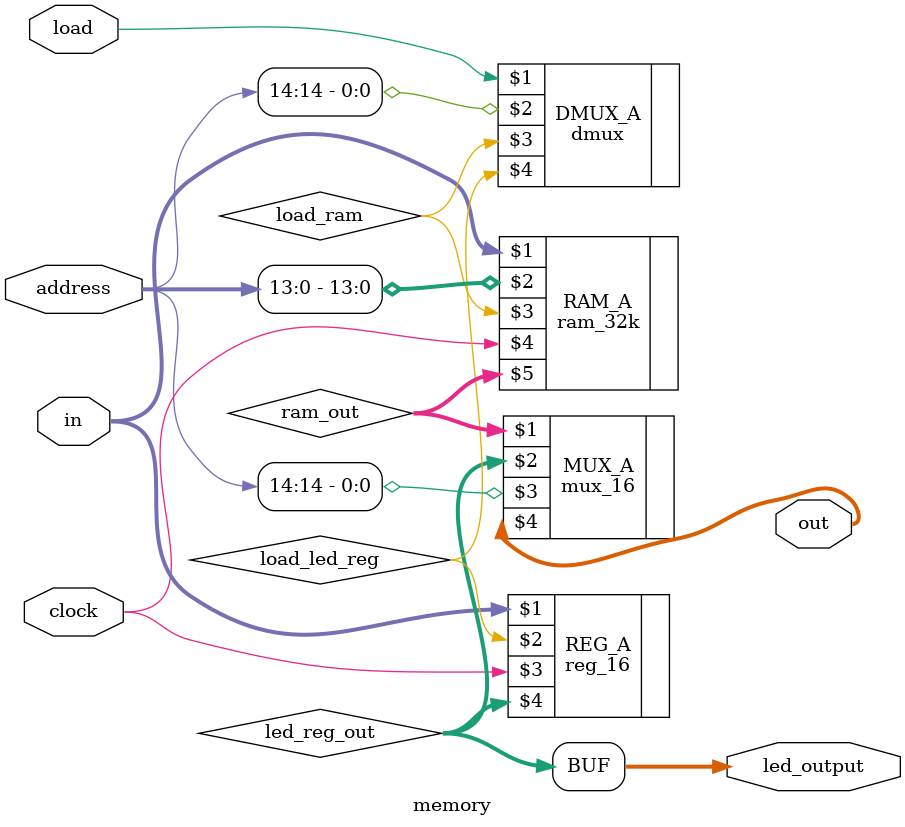
<source format=v>
module memory (input [15:0] in,
               input [14:0] address,
               input load,
               input clock,
               output [15:0] out,
               output [15:0] led_output);
    wire load_ram, load_led_reg;
    wire [15:0] ram_out, led_reg_out;
    dmux DMUX_A (load, address[14], load_ram, load_led_reg);
    mux_16 MUX_A (ram_out, led_reg_out, address[14], out);
    ram_32k RAM_A (in, address[13:0], load_ram, clock, ram_out);
    reg_16 REG_A (in, load_led_reg, clock, led_reg_out);
    assign led_output = led_reg_out;
endmodule

</source>
